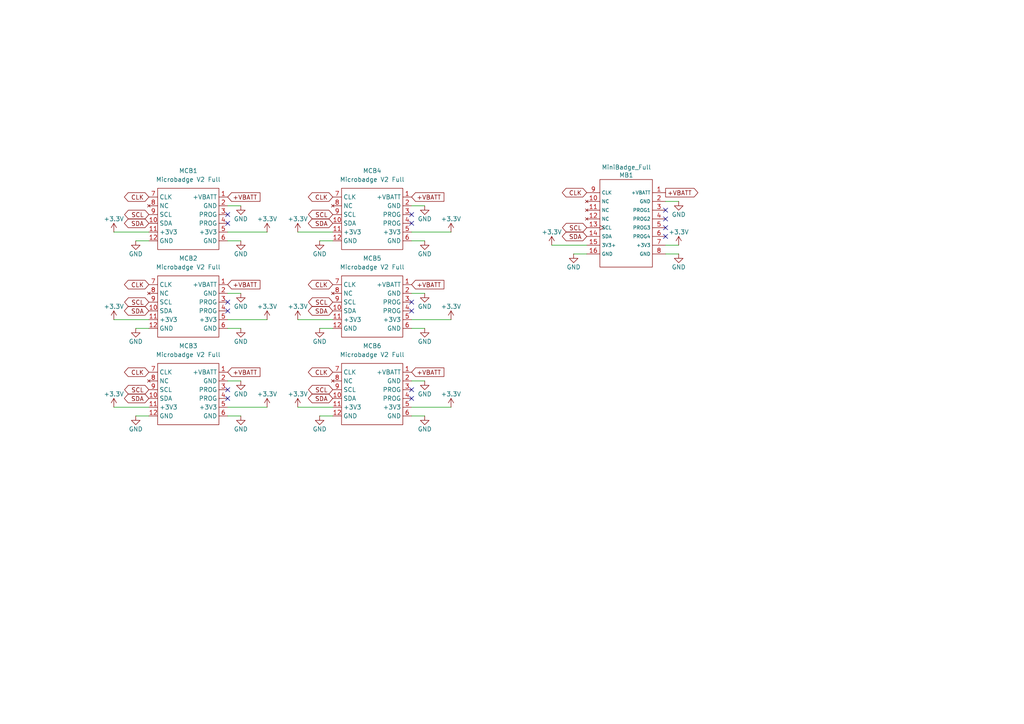
<source format=kicad_sch>
(kicad_sch (version 20250114) (generator "eeschema") (generator_version "9.0")
  (paper "A4")
  (lib_symbols
    (symbol "Microbadge V2:Microbadge_V2_full"
      (property "Reference" "MCB" (at 0 1.27 0))
      (property "Value" "Microbadge V2 Full" (at 0 -0.254 0))
      (symbol "Microbadge_V2_full_0_1"
        (rectangle (start -8.89 8.89) (end 8.89 -8.89))
      )
      (symbol "Microbadge_V2_full_1_1"
        (pin power_in line (at -6.35 11.43 270) (length 2.54) (name "+VBATT") (number "1"))
        (pin bidirectional line (at -6.35 -11.43 90) (length 2.54) (name "CLK") (number "7"))
        (pin power_out line (at -3.81 11.43 270) (length 2.54) (name "GND") (number "2"))
        (pin no_connect line (at -3.81 -11.43 90) (length 2.54) (name "NC") (number "8"))
        (pin bidirectional line (at -1.27 11.43 270) (length 2.54) (name "PROG") (number "3"))
        (pin bidirectional line (at -1.27 -11.43 90) (length 2.54) (name "SCL") (number "9"))
        (pin bidirectional line (at 1.27 11.43 270) (length 2.54) (name "PROG") (number "4"))
        (pin bidirectional line (at 1.27 -11.43 90) (length 2.54) (name "SDA") (number "10"))
        (pin power_in line (at 3.81 11.43 270) (length 2.54) (name "+3V3") (number "5"))
        (pin power_in line (at 3.81 -11.43 90) (length 2.54) (name "+3V3") (number "11"))
        (pin power_out line (at 6.35 11.43 270) (length 2.54) (name "GND") (number "6"))
        (pin power_out line (at 6.35 -11.43 90) (length 2.54) (name "GND") (number "12"))
      )
    )
    (symbol "MiniBadge:MiniBadge_Full"
      (property "Reference" "MB" (at 8.89 0 0))
      (property "Value" "MiniBadge_Full" (at -10.16 0 0))
      (symbol "MiniBadge_Full_0_1"
        (rectangle (start -12.7 7.62) (end 12.7 -7.62))
      )
      (symbol "MiniBadge_Full_1_1"
        (pin power_out line (at -8.89 11.43 270) (length 3.81) (name "+VBATT") (number "1"))
        (pin output line (at -8.89 -11.43 90) (length 3.81) (name "CLK") (number "9"))
        (pin power_out line (at -6.35 11.43 270) (length 3.81) (name "GND") (number "2"))
        (pin no_connect line (at -6.35 -11.43 90) (length 3.81) (name "NC") (number "10"))
        (pin bidirectional line (at -3.81 11.43 270) (length 3.81) (name "PROG1") (number "3"))
        (pin no_connect line (at -3.81 -11.43 90) (length 3.81) (name "NC") (number "11"))
        (pin bidirectional line (at -1.27 11.43 270) (length 3.81) (name "PROG2") (number "4"))
        (pin no_connect line (at -1.27 -11.43 90) (length 3.81) (name "NC") (number "12"))
        (pin bidirectional line (at 1.27 11.43 270) (length 3.81) (name "PROG3") (number "5"))
        (pin bidirectional clock (at 1.27 -11.43 90) (length 3.81) (name "SCL") (number "13"))
        (pin bidirectional line (at 3.81 11.43 270) (length 3.81) (name "PROG4") (number "6"))
        (pin output line (at 3.81 -11.43 90) (length 3.81) (name "SDA") (number "14"))
        (pin power_out line (at 6.35 11.43 270) (length 3.81) (name "+3V3") (number "7"))
        (pin power_out line (at 6.35 -11.43 90) (length 3.81) (name "3V3+") (number "15"))
        (pin power_out line (at 8.89 11.43 270) (length 3.81) (name "GND") (number "8"))
        (pin power_out line (at 8.89 -11.43 90) (length 3.81) (name "GND") (number "16"))
      )
    )
    (symbol "power:+3.3V" (power) (pin_numbers (hide yes)) (pin_names (offset 0) (hide yes))
      (property "Value" "+3.3V" (at 0 3.556 0))
      (symbol "+3.3V_0_1"
        (polyline (pts (xy -0.762 1.27) (xy 0 2.54)))
        (polyline (pts (xy 0 2.54) (xy 0.762 1.27)))
        (polyline (pts (xy 0 0) (xy 0 2.54)))
      )
      (symbol "+3.3V_1_1"
        (pin power_in line (at 0 0 90) (length 0) (name "~") (number "1"))
      )
    )
    (symbol "power:GND" (power) (pin_numbers (hide yes)) (pin_names (offset 0) (hide yes))
      (property "Value" "GND" (at 0 -3.81 0))
      (symbol "GND_0_1"
        (polyline (pts (xy 0 0) (xy 0 -1.27) (xy 1.27 -1.27) (xy 0 -2.54) (xy -1.27 -1.27) (xy 0 -1.27)))
      )
      (symbol "GND_1_1"
        (pin power_in line (at 0 0 270) (length 0) (name "~") (number "1"))
      )
    )
  )
  (no_connect (at 66.04 90.17))
  (no_connect (at 66.04 87.63))
  (no_connect (at 119.38 113.03))
  (no_connect (at 119.38 64.77))
  (no_connect (at 66.04 113.03))
  (no_connect (at 119.38 90.17))
  (no_connect (at 193.04 68.58))
  (no_connect (at 193.04 60.96))
  (no_connect (at 119.38 115.57))
  (no_connect (at 66.04 115.57))
  (no_connect (at 119.38 87.63))
  (no_connect (at 193.04 66.04))
  (no_connect (at 66.04 64.77))
  (no_connect (at 119.38 62.23))
  (no_connect (at 193.04 63.5))
  (no_connect (at 66.04 62.23))
  (wire (pts (xy 193.04 71.12) (xy 196.85 71.12)))
  (wire (pts (xy 193.04 58.42) (xy 196.85 58.42)))
  (wire (pts (xy 39.37 69.85) (xy 43.18 69.85)))
  (wire (pts (xy 92.71 69.85) (xy 96.52 69.85)))
  (wire (pts (xy 39.37 95.25) (xy 43.18 95.25)))
  (wire (pts (xy 33.02 118.11) (xy 43.18 118.11)))
  (wire (pts (xy 33.02 92.71) (xy 43.18 92.71)))
  (wire (pts (xy 92.71 95.25) (xy 96.52 95.25)))
  (wire (pts (xy 193.04 73.66) (xy 196.85 73.66)))
  (wire (pts (xy 86.36 92.71) (xy 96.52 92.71)))
  (wire (pts (xy 119.38 59.69) (xy 123.19 59.69)))
  (wire (pts (xy 119.38 67.31) (xy 130.81 67.31)))
  (wire (pts (xy 119.38 85.09) (xy 123.19 85.09)))
  (wire (pts (xy 119.38 118.11) (xy 130.81 118.11)))
  (wire (pts (xy 166.37 73.66) (xy 170.18 73.66)))
  (wire (pts (xy 66.04 92.71) (xy 77.47 92.71)))
  (wire (pts (xy 86.36 118.11) (xy 96.52 118.11)))
  (wire (pts (xy 66.04 69.85) (xy 69.85 69.85)))
  (wire (pts (xy 66.04 110.49) (xy 69.85 110.49)))
  (wire (pts (xy 86.36 67.31) (xy 96.52 67.31)))
  (wire (pts (xy 66.04 120.65) (xy 69.85 120.65)))
  (wire (pts (xy 92.71 120.65) (xy 96.52 120.65)))
  (wire (pts (xy 119.38 110.49) (xy 123.19 110.49)))
  (wire (pts (xy 33.02 67.31) (xy 43.18 67.31)))
  (wire (pts (xy 66.04 59.69) (xy 69.85 59.69)))
  (wire (pts (xy 66.04 95.25) (xy 69.85 95.25)))
  (wire (pts (xy 66.04 85.09) (xy 69.85 85.09)))
  (wire (pts (xy 119.38 95.25) (xy 123.19 95.25)))
  (wire (pts (xy 119.38 92.71) (xy 130.81 92.71)))
  (wire (pts (xy 39.37 120.65) (xy 43.18 120.65)))
  (wire (pts (xy 160.02 71.12) (xy 170.18 71.12)))
  (wire (pts (xy 66.04 67.31) (xy 77.47 67.31)))
  (wire (pts (xy 66.04 118.11) (xy 77.47 118.11)))
  (wire (pts (xy 119.38 69.85) (xy 123.19 69.85)))
  (wire (pts (xy 119.38 120.65) (xy 123.19 120.65)))
  (global_label "SDA" (shape bidirectional) (at 96.52 115.57 180) (property "Intersheetrefs" "${INTERSHEET_REFS}" (effects (hide yes))))
  (global_label "SCL" (shape bidirectional) (at 170.18 66.04 180) (property "Intersheetrefs" "${INTERSHEET_REFS}" (effects (hide yes))))
  (global_label "SDA" (shape bidirectional) (at 43.18 64.77 180) (property "Intersheetrefs" "${INTERSHEET_REFS}" (effects (hide yes))))
  (global_label "CLK" (shape bidirectional) (at 96.52 107.95 180) (property "Intersheetrefs" "${INTERSHEET_REFS}" (effects (hide yes))))
  (global_label "SCL" (shape bidirectional) (at 96.52 87.63 180) (property "Intersheetrefs" "${INTERSHEET_REFS}" (effects (hide yes))))
  (global_label "SCL" (shape bidirectional) (at 43.18 87.63 180) (property "Intersheetrefs" "${INTERSHEET_REFS}" (effects (hide yes))))
  (global_label "CLK" (shape bidirectional) (at 96.52 57.15 180) (property "Intersheetrefs" "${INTERSHEET_REFS}" (effects (hide yes))))
  (global_label "+VBATT" (shape input) (at 119.38 107.95 0) (property "Intersheetrefs" "${INTERSHEET_REFS}" (effects (hide yes))))
  (global_label "CLK" (shape bidirectional) (at 43.18 57.15 180) (property "Intersheetrefs" "${INTERSHEET_REFS}" (effects (hide yes))))
  (global_label "SCL" (shape bidirectional) (at 43.18 113.03 180) (property "Intersheetrefs" "${INTERSHEET_REFS}" (effects (hide yes))))
  (global_label "SDA" (shape bidirectional) (at 43.18 90.17 180) (property "Intersheetrefs" "${INTERSHEET_REFS}" (effects (hide yes))))
  (global_label "CLK" (shape bidirectional) (at 43.18 107.95 180) (property "Intersheetrefs" "${INTERSHEET_REFS}" (effects (hide yes))))
  (global_label "SCL" (shape bidirectional) (at 43.18 62.23 180) (property "Intersheetrefs" "${INTERSHEET_REFS}" (effects (hide yes))))
  (global_label "+VBATT" (shape input) (at 66.04 57.15 0) (property "Intersheetrefs" "${INTERSHEET_REFS}" (effects (hide yes))))
  (global_label "CLK" (shape bidirectional) (at 96.52 82.55 180) (property "Intersheetrefs" "${INTERSHEET_REFS}" (effects (hide yes))))
  (global_label "SCL" (shape bidirectional) (at 96.52 113.03 180) (property "Intersheetrefs" "${INTERSHEET_REFS}" (effects (hide yes))))
  (global_label "CLK" (shape bidirectional) (at 43.18 82.55 180) (property "Intersheetrefs" "${INTERSHEET_REFS}" (effects (hide yes))))
  (global_label "CLK" (shape bidirectional) (at 170.18 55.88 180) (property "Intersheetrefs" "${INTERSHEET_REFS}" (effects (hide yes))))
  (global_label "+VBATT" (shape input) (at 66.04 82.55 0) (property "Intersheetrefs" "${INTERSHEET_REFS}" (effects (hide yes))))
  (global_label "SDA" (shape bidirectional) (at 96.52 64.77 180) (property "Intersheetrefs" "${INTERSHEET_REFS}" (effects (hide yes))))
  (global_label "+VBATT" (shape output) (at 193.04 55.88 0) (property "Intersheetrefs" "${INTERSHEET_REFS}" (effects (hide yes))))
  (global_label "SDA" (shape bidirectional) (at 43.18 115.57 180) (property "Intersheetrefs" "${INTERSHEET_REFS}" (effects (hide yes))))
  (global_label "SDA" (shape bidirectional) (at 96.52 90.17 180) (property "Intersheetrefs" "${INTERSHEET_REFS}" (effects (hide yes))))
  (global_label "+VBATT" (shape input) (at 119.38 57.15 0) (property "Intersheetrefs" "${INTERSHEET_REFS}" (effects (hide yes))))
  (global_label "SCL" (shape bidirectional) (at 96.52 62.23 180) (property "Intersheetrefs" "${INTERSHEET_REFS}" (effects (hide yes))))
  (global_label "+VBATT" (shape input) (at 66.04 107.95 0) (property "Intersheetrefs" "${INTERSHEET_REFS}" (effects (hide yes))))
  (global_label "+VBATT" (shape input) (at 119.38 82.55 0) (property "Intersheetrefs" "${INTERSHEET_REFS}" (effects (hide yes))))
  (global_label "SDA" (shape bidirectional) (at 170.18 68.58 180) (property "Intersheetrefs" "${INTERSHEET_REFS}" (effects (hide yes))))
  (symbol (lib_id "power:GND") (at 166.37 73.66 0) (unit 1)
    (property "Reference" "#PWR03" (effects (hide yes)))
    (property "Value" "GND" (at 166.37 77.47 0))
    (property "Description" "Power symbol creates a global label with name \"GND\" , ground" (effects (hide yes)))
  )
  (symbol (lib_id "power:GND") (at 123.19 59.69 0) (unit 1)
    (property "Reference" "#PWR023" (effects (hide yes)))
    (property "Value" "GND" (at 123.19 63.5 0))
    (property "Description" "Power symbol creates a global label with name \"GND\" , ground" (effects (hide yes)))
  )
  (symbol (lib_id "Microbadge V2:Microbadge_V2_full") (at 54.61 63.5 270) (unit 1)
    (property "Reference" "MCB1" (at 54.61 49.53 90))
    (property "Value" "Microbadge V2 Full" (at 54.61 52.07 90))
    (property "Footprint" "Microbadge V2:Microbadge_V2_full_round_socket_reflective_GND" (effects (hide yes)))
    (property "Description" "SAINTCON Microbadge V2" (effects (hide yes)))
  )
  (symbol (lib_id "power:+3.3V") (at 33.02 92.71 0) (unit 1)
    (property "Reference" "#PWR07" (effects (hide yes)))
    (property "Value" "+3.3V" (at 33.02 88.9 0))
    (property "Description" "Power symbol creates a global label with name \"+3.3V\"" (effects (hide yes)))
  )
  (symbol (lib_id "Microbadge V2:Microbadge_V2_full") (at 107.95 88.9 270) (unit 1)
    (property "Reference" "MCB5" (at 107.95 74.93 90))
    (property "Value" "Microbadge V2 Full" (at 107.95 77.47 90))
    (property "Footprint" "Microbadge V2:Microbadge_V2_full_round_socket_reflective_GND" (effects (hide yes)))
    (property "Description" "SAINTCON Microbadge V2" (effects (hide yes)))
  )
  (symbol (lib_id "power:+3.3V") (at 196.85 71.12 0) (unit 1)
    (property "Reference" "#PWR04" (effects (hide yes)))
    (property "Value" "+3.3V" (at 196.85 67.31 0))
    (property "Description" "Power symbol creates a global label with name \"+3.3V\"" (effects (hide yes)))
  )
  (symbol (lib_id "power:+3.3V") (at 86.36 92.71 0) (unit 1)
    (property "Reference" "#PWR026" (effects (hide yes)))
    (property "Value" "+3.3V" (at 86.36 88.9 0))
    (property "Description" "Power symbol creates a global label with name \"+3.3V\"" (effects (hide yes)))
  )
  (symbol (lib_id "power:+3.3V") (at 86.36 67.31 0) (unit 1)
    (property "Reference" "#PWR021" (effects (hide yes)))
    (property "Value" "+3.3V" (at 86.36 63.5 0))
    (property "Description" "Power symbol creates a global label with name \"+3.3V\"" (effects (hide yes)))
  )
  (symbol (lib_id "power:GND") (at 69.85 59.69 0) (unit 1)
    (property "Reference" "#PWR09" (effects (hide yes)))
    (property "Value" "GND" (at 69.85 63.5 0))
    (property "Description" "Power symbol creates a global label with name \"GND\" , ground" (effects (hide yes)))
  )
  (symbol (lib_id "power:+3.3V") (at 86.36 118.11 0) (unit 1)
    (property "Reference" "#PWR031" (effects (hide yes)))
    (property "Value" "+3.3V" (at 86.36 114.3 0))
    (property "Description" "Power symbol creates a global label with name \"+3.3V\"" (effects (hide yes)))
  )
  (symbol (lib_id "power:+3.3V") (at 33.02 67.31 0) (unit 1)
    (property "Reference" "#PWR018" (effects (hide yes)))
    (property "Value" "+3.3V" (at 33.02 63.5 0))
    (property "Description" "Power symbol creates a global label with name \"+3.3V\"" (effects (hide yes)))
  )
  (symbol (lib_id "power:GND") (at 123.19 95.25 0) (unit 1)
    (property "Reference" "#PWR029" (effects (hide yes)))
    (property "Value" "GND" (at 123.19 99.06 0))
    (property "Description" "Power symbol creates a global label with name \"GND\" , ground" (effects (hide yes)))
  )
  (symbol (lib_id "power:GND") (at 123.19 69.85 0) (unit 1)
    (property "Reference" "#PWR024" (effects (hide yes)))
    (property "Value" "GND" (at 123.19 73.66 0))
    (property "Description" "Power symbol creates a global label with name \"GND\" , ground" (effects (hide yes)))
  )
  (symbol (lib_id "power:GND") (at 39.37 69.85 0) (unit 1)
    (property "Reference" "#PWR06" (effects (hide yes)))
    (property "Value" "GND" (at 39.37 73.66 0))
    (property "Description" "Power symbol creates a global label with name \"GND\" , ground" (effects (hide yes)))
  )
  (symbol (lib_id "power:+3.3V") (at 130.81 67.31 0) (unit 1)
    (property "Reference" "#PWR025" (effects (hide yes)))
    (property "Value" "+3.3V" (at 130.81 63.5 0))
    (property "Description" "Power symbol creates a global label with name \"+3.3V\"" (effects (hide yes)))
  )
  (symbol (lib_id "power:+3.3V") (at 130.81 118.11 0) (unit 1)
    (property "Reference" "#PWR035" (effects (hide yes)))
    (property "Value" "+3.3V" (at 130.81 114.3 0))
    (property "Description" "Power symbol creates a global label with name \"+3.3V\"" (effects (hide yes)))
  )
  (symbol (lib_id "power:GND") (at 196.85 73.66 0) (unit 1)
    (property "Reference" "#PWR02" (effects (hide yes)))
    (property "Value" "GND" (at 196.85 77.47 0))
    (property "Description" "Power symbol creates a global label with name \"GND\" , ground" (effects (hide yes)))
  )
  (symbol (lib_id "power:GND") (at 39.37 95.25 0) (unit 1)
    (property "Reference" "#PWR08" (effects (hide yes)))
    (property "Value" "GND" (at 39.37 99.06 0))
    (property "Description" "Power symbol creates a global label with name \"GND\" , ground" (effects (hide yes)))
  )
  (symbol (lib_id "Microbadge V2:Microbadge_V2_full") (at 54.61 88.9 270) (unit 1)
    (property "Reference" "MCB2" (at 54.61 74.93 90))
    (property "Value" "Microbadge V2 Full" (at 54.61 77.47 90))
    (property "Footprint" "Microbadge V2:Microbadge_V2_full_round_socket_reflective_GND" (effects (hide yes)))
    (property "Description" "SAINTCON Microbadge V2" (effects (hide yes)))
  )
  (symbol (lib_id "power:GND") (at 92.71 95.25 0) (unit 1)
    (property "Reference" "#PWR027" (effects (hide yes)))
    (property "Value" "GND" (at 92.71 99.06 0))
    (property "Description" "Power symbol creates a global label with name \"GND\" , ground" (effects (hide yes)))
  )
  (symbol (lib_id "power:GND") (at 123.19 120.65 0) (unit 1)
    (property "Reference" "#PWR034" (effects (hide yes)))
    (property "Value" "GND" (at 123.19 124.46 0))
    (property "Description" "Power symbol creates a global label with name \"GND\" , ground" (effects (hide yes)))
  )
  (symbol (lib_id "power:+3.3V") (at 160.02 71.12 0) (unit 1)
    (property "Reference" "#PWR05" (effects (hide yes)))
    (property "Value" "+3.3V" (at 160.02 67.31 0))
    (property "Description" "Power symbol creates a global label with name \"+3.3V\"" (effects (hide yes)))
  )
  (symbol (lib_id "power:GND") (at 69.85 69.85 0) (unit 1)
    (property "Reference" "#PWR010" (effects (hide yes)))
    (property "Value" "GND" (at 69.85 73.66 0))
    (property "Description" "Power symbol creates a global label with name \"GND\" , ground" (effects (hide yes)))
  )
  (symbol (lib_id "power:GND") (at 92.71 120.65 0) (unit 1)
    (property "Reference" "#PWR032" (effects (hide yes)))
    (property "Value" "GND" (at 92.71 124.46 0))
    (property "Description" "Power symbol creates a global label with name \"GND\" , ground" (effects (hide yes)))
  )
  (symbol (lib_id "MiniBadge:MiniBadge_Full") (at 181.61 64.77 270) (unit 1) (in_bom no)
    (property "Reference" "MB1" (at 179.578 50.8 90) (effects (justify left)))
    (property "Value" "MiniBadge_Full" (at 174.498 48.514 90) (effects (justify left)))
    (property "Footprint" "MiniBadge:MiniBadge_Full" (effects (hide yes)))
  )
  (symbol (lib_id "power:GND") (at 92.71 69.85 0) (unit 1)
    (property "Reference" "#PWR022" (effects (hide yes)))
    (property "Value" "GND" (at 92.71 73.66 0))
    (property "Description" "Power symbol creates a global label with name \"GND\" , ground" (effects (hide yes)))
  )
  (symbol (lib_id "power:GND") (at 69.85 120.65 0) (unit 1)
    (property "Reference" "#PWR019" (effects (hide yes)))
    (property "Value" "GND" (at 69.85 124.46 0))
    (property "Description" "Power symbol creates a global label with name \"GND\" , ground" (effects (hide yes)))
  )
  (symbol (lib_id "power:+3.3V") (at 77.47 92.71 0) (unit 1)
    (property "Reference" "#PWR013" (effects (hide yes)))
    (property "Value" "+3.3V" (at 77.47 88.9 0))
    (property "Description" "Power symbol creates a global label with name \"+3.3V\"" (effects (hide yes)))
  )
  (symbol (lib_id "power:+3.3V") (at 33.02 118.11 0) (unit 1)
    (property "Reference" "#PWR014" (effects (hide yes)))
    (property "Value" "+3.3V" (at 33.02 114.3 0))
    (property "Description" "Power symbol creates a global label with name \"+3.3V\"" (effects (hide yes)))
  )
  (symbol (lib_id "Microbadge V2:Microbadge_V2_full") (at 107.95 63.5 270) (unit 1)
    (property "Reference" "MCB4" (at 107.95 49.53 90))
    (property "Value" "Microbadge V2 Full" (at 107.95 52.07 90))
    (property "Footprint" "Microbadge V2:Microbadge_V2_full_round_socket_reflective_GND" (effects (hide yes)))
    (property "Description" "SAINTCON Microbadge V2" (effects (hide yes)))
  )
  (symbol (lib_id "power:+3.3V") (at 130.81 92.71 0) (unit 1)
    (property "Reference" "#PWR030" (effects (hide yes)))
    (property "Value" "+3.3V" (at 130.81 88.9 0))
    (property "Description" "Power symbol creates a global label with name \"+3.3V\"" (effects (hide yes)))
  )
  (symbol (lib_id "power:+3.3V") (at 77.47 118.11 0) (unit 1)
    (property "Reference" "#PWR020" (effects (hide yes)))
    (property "Value" "+3.3V" (at 77.47 114.3 0))
    (property "Description" "Power symbol creates a global label with name \"+3.3V\"" (effects (hide yes)))
  )
  (symbol (lib_id "power:GND") (at 123.19 85.09 0) (unit 1)
    (property "Reference" "#PWR028" (effects (hide yes)))
    (property "Value" "GND" (at 123.19 88.9 0))
    (property "Description" "Power symbol creates a global label with name \"GND\" , ground" (effects (hide yes)))
  )
  (symbol (lib_id "power:GND") (at 39.37 120.65 0) (unit 1)
    (property "Reference" "#PWR015" (effects (hide yes)))
    (property "Value" "GND" (at 39.37 124.46 0))
    (property "Description" "Power symbol creates a global label with name \"GND\" , ground" (effects (hide yes)))
  )
  (symbol (lib_id "power:GND") (at 123.19 110.49 0) (unit 1)
    (property "Reference" "#PWR033" (effects (hide yes)))
    (property "Value" "GND" (at 123.19 114.3 0))
    (property "Description" "Power symbol creates a global label with name \"GND\" , ground" (effects (hide yes)))
  )
  (symbol (lib_id "power:GND") (at 69.85 110.49 0) (unit 1)
    (property "Reference" "#PWR016" (effects (hide yes)))
    (property "Value" "GND" (at 69.85 114.3 0))
    (property "Description" "Power symbol creates a global label with name \"GND\" , ground" (effects (hide yes)))
  )
  (symbol (lib_id "Microbadge V2:Microbadge_V2_full") (at 54.61 114.3 270) (unit 1)
    (property "Reference" "MCB3" (at 54.61 100.33 90))
    (property "Value" "Microbadge V2 Full" (at 54.61 102.87 90))
    (property "Footprint" "Microbadge V2:Microbadge_V2_full_round_socket_reflective_GND" (effects (hide yes)))
    (property "Description" "SAINTCON Microbadge V2" (effects (hide yes)))
  )
  (symbol (lib_id "power:GND") (at 196.85 58.42 0) (unit 1)
    (property "Reference" "#PWR01" (effects (hide yes)))
    (property "Value" "GND" (at 196.85 62.23 0))
    (property "Description" "Power symbol creates a global label with name \"GND\" , ground" (effects (hide yes)))
  )
  (symbol (lib_id "power:GND") (at 69.85 85.09 0) (unit 1)
    (property "Reference" "#PWR011" (effects (hide yes)))
    (property "Value" "GND" (at 69.85 88.9 0))
    (property "Description" "Power symbol creates a global label with name \"GND\" , ground" (effects (hide yes)))
  )
  (symbol (lib_id "power:GND") (at 69.85 95.25 0) (unit 1)
    (property "Reference" "#PWR012" (effects (hide yes)))
    (property "Value" "GND" (at 69.85 99.06 0))
    (property "Description" "Power symbol creates a global label with name \"GND\" , ground" (effects (hide yes)))
  )
  (symbol (lib_id "Microbadge V2:Microbadge_V2_full") (at 107.95 114.3 270) (unit 1)
    (property "Reference" "MCB6" (at 107.95 100.33 90))
    (property "Value" "Microbadge V2 Full" (at 107.95 102.87 90))
    (property "Footprint" "Microbadge V2:Microbadge_V2_full_round_socket_reflective_GND" (effects (hide yes)))
    (property "Description" "SAINTCON Microbadge V2" (effects (hide yes)))
  )
  (symbol (lib_id "power:+3.3V") (at 77.47 67.31 0) (unit 1)
    (property "Reference" "#PWR017" (effects (hide yes)))
    (property "Value" "+3.3V" (at 77.47 63.5 0))
    (property "Description" "Power symbol creates a global label with name \"+3.3V\"" (effects (hide yes)))
  )
)
</source>
